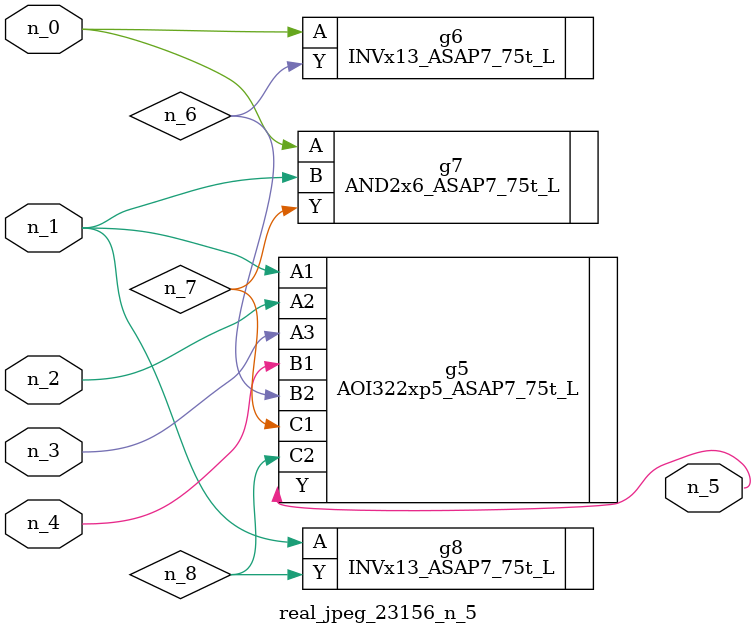
<source format=v>
module real_jpeg_23156_n_5 (n_4, n_0, n_1, n_2, n_3, n_5);

input n_4;
input n_0;
input n_1;
input n_2;
input n_3;

output n_5;

wire n_8;
wire n_6;
wire n_7;

INVx13_ASAP7_75t_L g6 ( 
.A(n_0),
.Y(n_6)
);

AND2x6_ASAP7_75t_L g7 ( 
.A(n_0),
.B(n_1),
.Y(n_7)
);

AOI322xp5_ASAP7_75t_L g5 ( 
.A1(n_1),
.A2(n_2),
.A3(n_3),
.B1(n_4),
.B2(n_6),
.C1(n_7),
.C2(n_8),
.Y(n_5)
);

INVx13_ASAP7_75t_L g8 ( 
.A(n_1),
.Y(n_8)
);


endmodule
</source>
